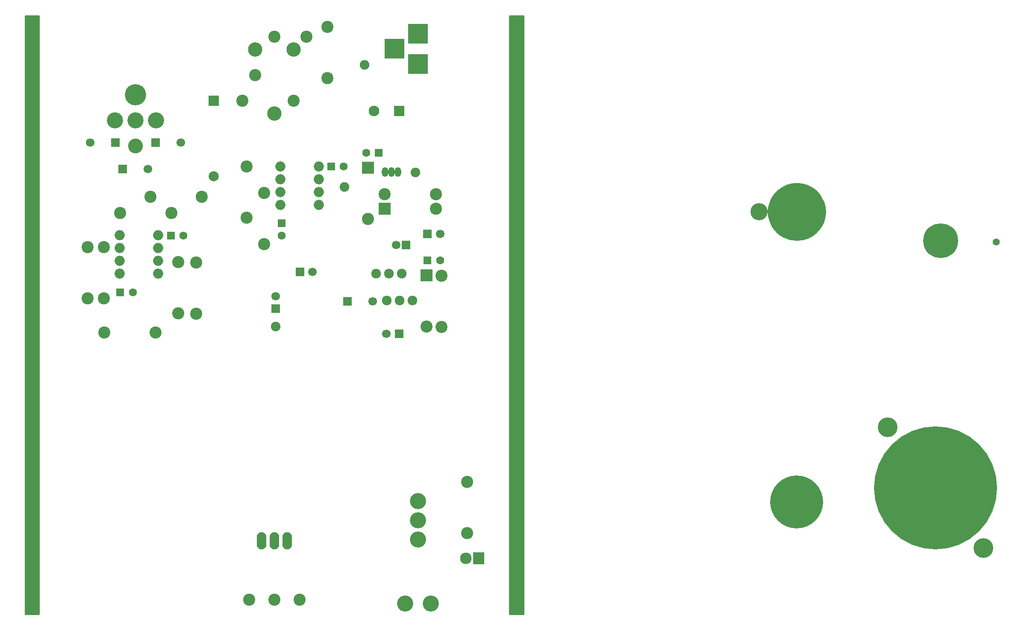
<source format=gbs>
G04 #@! TF.FileFunction,Soldermask,Bot*
%FSLAX46Y46*%
G04 Gerber Fmt 4.6, Leading zero omitted, Abs format (unit mm)*
G04 Created by KiCad (PCBNEW 4.0.7-e2-6376~58~ubuntu16.04.1) date Wed Jun  6 08:16:23 2018*
%MOMM*%
%LPD*%
G01*
G04 APERTURE LIST*
%ADD10C,0.100000*%
%ADD11C,2.100000*%
%ADD12R,2.100000X2.100000*%
%ADD13R,1.600000X1.600000*%
%ADD14C,1.600000*%
%ADD15R,1.700000X1.700000*%
%ADD16C,1.700000*%
%ADD17R,2.300000X2.400000*%
%ADD18C,2.300000*%
%ADD19C,2.398980*%
%ADD20R,2.398980X2.398980*%
%ADD21R,3.900120X3.900120*%
%ADD22C,3.194000*%
%ADD23C,2.940000*%
%ADD24C,4.210000*%
%ADD25C,2.400000*%
%ADD26C,2.840000*%
%ADD27O,1.906220X3.414980*%
%ADD28C,1.924000*%
%ADD29O,1.299160X1.901140*%
%ADD30O,2.000000X2.000000*%
%ADD31C,1.901140*%
%ADD32R,2.000000X2.000000*%
%ADD33C,2.000000*%
%ADD34C,3.200000*%
%ADD35C,6.900000*%
%ADD36C,3.400000*%
%ADD37C,8.000000*%
%ADD38C,1.400000*%
%ADD39C,24.400000*%
%ADD40C,3.900000*%
%ADD41C,10.500000*%
%ADD42C,0.254000*%
G04 APERTURE END LIST*
D10*
D11*
X103750000Y-49750000D03*
D12*
X108750000Y-49750000D03*
D13*
X104700000Y-58050000D03*
D14*
X102200000Y-58050000D03*
D15*
X110125000Y-76375000D03*
D16*
X108125000Y-76375000D03*
D13*
X114375000Y-79375000D03*
D14*
X116875000Y-79375000D03*
D16*
X116875000Y-74125000D03*
D15*
X114375000Y-74125000D03*
D16*
X106250000Y-94000000D03*
D15*
X108750000Y-94000000D03*
X98500000Y-87500000D03*
D16*
X103500000Y-87500000D03*
D13*
X53500000Y-85750000D03*
D14*
X56000000Y-85750000D03*
D13*
X63500000Y-74500000D03*
D14*
X66000000Y-74500000D03*
D13*
X95250000Y-60750000D03*
D14*
X97750000Y-60750000D03*
D13*
X85500000Y-72000000D03*
D14*
X85500000Y-74500000D03*
D15*
X52500000Y-56000000D03*
D16*
X47500000Y-56000000D03*
D15*
X60500000Y-56000000D03*
D16*
X65500000Y-56000000D03*
D15*
X54000000Y-61250000D03*
D16*
X59000000Y-61250000D03*
D17*
X124500000Y-138500000D03*
D18*
X121960000Y-138500000D03*
D19*
X102602540Y-71210000D03*
D20*
X102602540Y-61050000D03*
D19*
X116060000Y-69147460D03*
D20*
X105900000Y-69147460D03*
D19*
X114127540Y-92535000D03*
D20*
X114127540Y-82375000D03*
D21*
X112500000Y-40450140D03*
X112500000Y-34450660D03*
X107801000Y-37450400D03*
D22*
X60564000Y-51600000D03*
X52436000Y-51600000D03*
D23*
X56500000Y-56680000D03*
D22*
X56500000Y-51600000D03*
D24*
X56500000Y-46520000D03*
D25*
X87810000Y-47710000D03*
X90350000Y-35010000D03*
D26*
X80190000Y-37550000D03*
X87810000Y-37550000D03*
D25*
X80190000Y-42630000D03*
D26*
X84000000Y-50250000D03*
D25*
X84000000Y-35010000D03*
X77650000Y-47710000D03*
D27*
X81460000Y-135000000D03*
X84000000Y-135000000D03*
X86540000Y-135000000D03*
D28*
X108835000Y-87375000D03*
X106295000Y-87375000D03*
X111375000Y-87375000D03*
D19*
X122250000Y-133500000D03*
X122250000Y-123340000D03*
X105900000Y-66250000D03*
X116060000Y-66250000D03*
X117125000Y-92625000D03*
X117125000Y-82465000D03*
X59500000Y-66750000D03*
X69660000Y-66750000D03*
X47000000Y-76750000D03*
X47000000Y-86910000D03*
X53500000Y-70000000D03*
X63660000Y-70000000D03*
X65000000Y-79750000D03*
X65000000Y-89910000D03*
X50250000Y-76750000D03*
X50250000Y-86910000D03*
X68500000Y-90000000D03*
X68500000Y-79840000D03*
X60500000Y-93750000D03*
X50340000Y-93750000D03*
X82000000Y-66000000D03*
X82000000Y-76160000D03*
X78500000Y-60750000D03*
X78500000Y-70910000D03*
X94500000Y-43250000D03*
X94500000Y-33090000D03*
D28*
X106710000Y-82000000D03*
X104170000Y-82000000D03*
X109250000Y-82000000D03*
D29*
X107230000Y-61850000D03*
X105960000Y-61850000D03*
X108500000Y-61850000D03*
D30*
X61000000Y-82000000D03*
X61000000Y-79460000D03*
X61000000Y-76920000D03*
X61000000Y-74380000D03*
X53380000Y-74380000D03*
X53380000Y-76920000D03*
X53380000Y-79460000D03*
X53380000Y-82000000D03*
X85250000Y-60750000D03*
X85250000Y-63290000D03*
X85250000Y-65830000D03*
X85250000Y-68370000D03*
X92870000Y-68370000D03*
X92870000Y-65830000D03*
X92870000Y-63290000D03*
X92870000Y-60750000D03*
D31*
X112000000Y-61950000D03*
X101900000Y-40650000D03*
X84250000Y-92500000D03*
X97900000Y-64850000D03*
D16*
X84250000Y-86500000D03*
D15*
X84250000Y-89000000D03*
D16*
X91600000Y-81650000D03*
D15*
X89100000Y-81650000D03*
D32*
X72000000Y-47750000D03*
D33*
X72000000Y-62750000D03*
D34*
X112500000Y-127130000D03*
X109960000Y-147450000D03*
X115040000Y-147450000D03*
X112500000Y-134750000D03*
X112500000Y-130940000D03*
D25*
X89000000Y-146750000D03*
X84000000Y-146750000D03*
X79000000Y-146750000D03*
D35*
X216000000Y-75500000D03*
D36*
X180000000Y-69750000D03*
D37*
X187500000Y-69750000D03*
D38*
X227000000Y-75750000D03*
D39*
X215000000Y-124500000D03*
D40*
X205500000Y-112500000D03*
X224500000Y-136500000D03*
D41*
X187500000Y-127350000D03*
D42*
G36*
X133373000Y-149623000D02*
X130627000Y-149623000D01*
X130627000Y-30877000D01*
X133373000Y-30877000D01*
X133373000Y-149623000D01*
X133373000Y-149623000D01*
G37*
X133373000Y-149623000D02*
X130627000Y-149623000D01*
X130627000Y-30877000D01*
X133373000Y-30877000D01*
X133373000Y-149623000D01*
G36*
X37373000Y-149623000D02*
X34627000Y-149623000D01*
X34627000Y-30877000D01*
X37373000Y-30877000D01*
X37373000Y-149623000D01*
X37373000Y-149623000D01*
G37*
X37373000Y-149623000D02*
X34627000Y-149623000D01*
X34627000Y-30877000D01*
X37373000Y-30877000D01*
X37373000Y-149623000D01*
G36*
X188573692Y-64224700D02*
X189556603Y-64519573D01*
X190239255Y-64812138D01*
X190826616Y-65203712D01*
X191216576Y-65496182D01*
X191705230Y-65984836D01*
X192092425Y-66468829D01*
X192879415Y-68042810D01*
X193074536Y-68920852D01*
X193171996Y-69797998D01*
X193074774Y-70478553D01*
X192976475Y-70970050D01*
X192780095Y-71657377D01*
X192487123Y-72340980D01*
X191997707Y-73124046D01*
X191313172Y-73906371D01*
X190532960Y-74491530D01*
X189553009Y-74981505D01*
X188575759Y-75274680D01*
X187500578Y-75372424D01*
X186518817Y-75274248D01*
X186034349Y-75177354D01*
X184955970Y-74785217D01*
X184174648Y-74296890D01*
X183589495Y-73809262D01*
X183001412Y-73123166D01*
X182611369Y-72538102D01*
X182121101Y-71459511D01*
X181925464Y-70579148D01*
X181827879Y-69700875D01*
X181925275Y-68921705D01*
X182121218Y-68039961D01*
X182511666Y-67161453D01*
X183101412Y-66276834D01*
X183685982Y-65594835D01*
X184665165Y-64909408D01*
X185446991Y-64518495D01*
X186428801Y-64223952D01*
X187010511Y-64127000D01*
X187792096Y-64127000D01*
X188573692Y-64224700D01*
X188573692Y-64224700D01*
G37*
X188573692Y-64224700D02*
X189556603Y-64519573D01*
X190239255Y-64812138D01*
X190826616Y-65203712D01*
X191216576Y-65496182D01*
X191705230Y-65984836D01*
X192092425Y-66468829D01*
X192879415Y-68042810D01*
X193074536Y-68920852D01*
X193171996Y-69797998D01*
X193074774Y-70478553D01*
X192976475Y-70970050D01*
X192780095Y-71657377D01*
X192487123Y-72340980D01*
X191997707Y-73124046D01*
X191313172Y-73906371D01*
X190532960Y-74491530D01*
X189553009Y-74981505D01*
X188575759Y-75274680D01*
X187500578Y-75372424D01*
X186518817Y-75274248D01*
X186034349Y-75177354D01*
X184955970Y-74785217D01*
X184174648Y-74296890D01*
X183589495Y-73809262D01*
X183001412Y-73123166D01*
X182611369Y-72538102D01*
X182121101Y-71459511D01*
X181925464Y-70579148D01*
X181827879Y-69700875D01*
X181925275Y-68921705D01*
X182121218Y-68039961D01*
X182511666Y-67161453D01*
X183101412Y-66276834D01*
X183685982Y-65594835D01*
X184665165Y-64909408D01*
X185446991Y-64518495D01*
X186428801Y-64223952D01*
X187010511Y-64127000D01*
X187792096Y-64127000D01*
X188573692Y-64224700D01*
M02*

</source>
